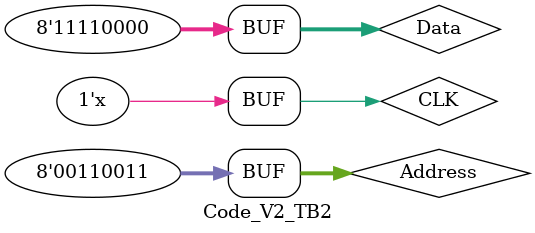
<source format=v>
`timescale 1ns / 1ps


module Code_V2_TB2;

	// Inputs
	reg CLK;
	reg [7:0] Data;
	reg [7:0] Address;

	// Bidirs
	wire SDA;

	// Instantiate the Unit Under Test (UUT)
	Code_V2 uut (
		.SDA(SDA), 
		.CLK(CLK), 
		.Data(Data), 
		.Address(Address)
	);

   	initial begin
		// Initialize Inputs
		CLK = 0;
		Data = 0;
		Address = 0;

		// Wait 100 ns for global reset to finish
		#100;
		
		Address = 8'b00110011;
      Data = 8'b11110000;  

	end
	
	always begin
	#5;
	CLK=~CLK;
	end
      
endmodule


</source>
